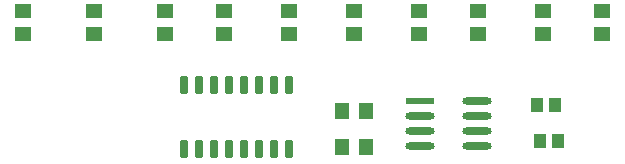
<source format=gtp>
G04*
G04 #@! TF.GenerationSoftware,Altium Limited,Altium Designer,24.5.2 (23)*
G04*
G04 Layer_Color=8421504*
%FSLAX44Y44*%
%MOMM*%
G71*
G04*
G04 #@! TF.SameCoordinates,DE00AD7B-9573-4419-8703-1480E7219BD1*
G04*
G04*
G04 #@! TF.FilePolarity,Positive*
G04*
G01*
G75*
%ADD14R,2.4692X0.6221*%
G04:AMPARAMS|DCode=15|XSize=2.4692mm|YSize=0.6221mm|CornerRadius=0.3111mm|HoleSize=0mm|Usage=FLASHONLY|Rotation=0.000|XOffset=0mm|YOffset=0mm|HoleType=Round|Shape=RoundedRectangle|*
%AMROUNDEDRECTD15*
21,1,2.4692,0.0000,0,0,0.0*
21,1,1.8470,0.6221,0,0,0.0*
1,1,0.6221,0.9235,0.0000*
1,1,0.6221,-0.9235,0.0000*
1,1,0.6221,-0.9235,0.0000*
1,1,0.6221,0.9235,0.0000*
%
%ADD15ROUNDEDRECTD15*%
%ADD16R,1.0000X1.3000*%
%ADD17R,1.2000X1.4500*%
%ADD18R,1.4500X1.2000*%
G04:AMPARAMS|DCode=19|XSize=0.6mm|YSize=1.45mm|CornerRadius=0.051mm|HoleSize=0mm|Usage=FLASHONLY|Rotation=0.000|XOffset=0mm|YOffset=0mm|HoleType=Round|Shape=RoundedRectangle|*
%AMROUNDEDRECTD19*
21,1,0.6000,1.3480,0,0,0.0*
21,1,0.4980,1.4500,0,0,0.0*
1,1,0.1020,0.2490,-0.6740*
1,1,0.1020,-0.2490,-0.6740*
1,1,0.1020,-0.2490,0.6740*
1,1,0.1020,0.2490,0.6740*
%
%ADD19ROUNDEDRECTD19*%
D14*
X415864Y79050D02*
D03*
D15*
Y66350D02*
D03*
Y53650D02*
D03*
Y40950D02*
D03*
X464136D02*
D03*
Y53650D02*
D03*
Y66350D02*
D03*
Y79050D02*
D03*
D16*
X517500Y45000D02*
D03*
X532500D02*
D03*
X515000Y75000D02*
D03*
X530000D02*
D03*
D17*
X350000Y70000D02*
D03*
X370000D02*
D03*
X350000Y40000D02*
D03*
X370000D02*
D03*
D18*
X570000Y135000D02*
D03*
Y155000D02*
D03*
X520000Y135000D02*
D03*
Y155000D02*
D03*
X465000Y135000D02*
D03*
Y155000D02*
D03*
X415000Y135000D02*
D03*
Y155000D02*
D03*
X360000Y135000D02*
D03*
Y155000D02*
D03*
X305000Y135000D02*
D03*
Y155000D02*
D03*
X250000Y135000D02*
D03*
Y155000D02*
D03*
X200000Y135000D02*
D03*
Y155000D02*
D03*
X140000Y135000D02*
D03*
Y155000D02*
D03*
X80000Y135000D02*
D03*
Y155000D02*
D03*
D19*
X215550Y37750D02*
D03*
X228250D02*
D03*
X240950D02*
D03*
X253650D02*
D03*
X266350D02*
D03*
X279050D02*
D03*
X291750D02*
D03*
X304450D02*
D03*
X215550Y92250D02*
D03*
X228250D02*
D03*
X240950D02*
D03*
X253650D02*
D03*
X266350D02*
D03*
X279050D02*
D03*
X291750D02*
D03*
X304450D02*
D03*
M02*

</source>
